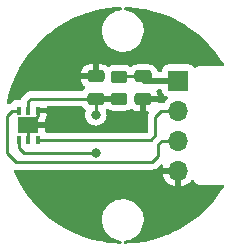
<source format=gbr>
%TF.GenerationSoftware,KiCad,Pcbnew,(6.0.0)*%
%TF.CreationDate,2022-03-17T14:11:52-06:00*%
%TF.ProjectId,sensor-exp,73656e73-6f72-42d6-9578-702e6b696361,rev?*%
%TF.SameCoordinates,Original*%
%TF.FileFunction,Copper,L1,Top*%
%TF.FilePolarity,Positive*%
%FSLAX46Y46*%
G04 Gerber Fmt 4.6, Leading zero omitted, Abs format (unit mm)*
G04 Created by KiCad (PCBNEW (6.0.0)) date 2022-03-17 14:11:52*
%MOMM*%
%LPD*%
G01*
G04 APERTURE LIST*
G04 Aperture macros list*
%AMRoundRect*
0 Rectangle with rounded corners*
0 $1 Rounding radius*
0 $2 $3 $4 $5 $6 $7 $8 $9 X,Y pos of 4 corners*
0 Add a 4 corners polygon primitive as box body*
4,1,4,$2,$3,$4,$5,$6,$7,$8,$9,$2,$3,0*
0 Add four circle primitives for the rounded corners*
1,1,$1+$1,$2,$3*
1,1,$1+$1,$4,$5*
1,1,$1+$1,$6,$7*
1,1,$1+$1,$8,$9*
0 Add four rect primitives between the rounded corners*
20,1,$1+$1,$2,$3,$4,$5,0*
20,1,$1+$1,$4,$5,$6,$7,0*
20,1,$1+$1,$6,$7,$8,$9,0*
20,1,$1+$1,$8,$9,$2,$3,0*%
G04 Aperture macros list end*
%TA.AperFunction,SMDPad,CuDef*%
%ADD10RoundRect,0.250000X0.450000X-0.262500X0.450000X0.262500X-0.450000X0.262500X-0.450000X-0.262500X0*%
%TD*%
%TA.AperFunction,SMDPad,CuDef*%
%ADD11R,0.450000X0.750000*%
%TD*%
%TA.AperFunction,SMDPad,CuDef*%
%ADD12R,1.740000X1.350000*%
%TD*%
%TA.AperFunction,SMDPad,CuDef*%
%ADD13RoundRect,0.250000X-0.475000X0.250000X-0.475000X-0.250000X0.475000X-0.250000X0.475000X0.250000X0*%
%TD*%
%TA.AperFunction,SMDPad,CuDef*%
%ADD14RoundRect,0.250000X0.475000X-0.250000X0.475000X0.250000X-0.475000X0.250000X-0.475000X-0.250000X0*%
%TD*%
%TA.AperFunction,ComponentPad*%
%ADD15R,1.700000X1.700000*%
%TD*%
%TA.AperFunction,ComponentPad*%
%ADD16O,1.700000X1.700000*%
%TD*%
%TA.AperFunction,ViaPad*%
%ADD17C,0.800000*%
%TD*%
%TA.AperFunction,Conductor*%
%ADD18C,0.250000*%
%TD*%
%TA.AperFunction,Conductor*%
%ADD19C,0.500000*%
%TD*%
G04 APERTURE END LIST*
D10*
%TO.P,R4,1*%
%TO.N,Net-(C6-Pad1)*%
X140200000Y-83725000D03*
%TO.P,R4,2*%
%TO.N,+3V3*%
X140200000Y-81900000D03*
%TD*%
D11*
%TO.P,U4,1,VDD*%
%TO.N,Net-(C6-Pad1)*%
X131700000Y-87250000D03*
%TO.P,U4,2,VSS*%
%TO.N,GND*%
X132500000Y-87250000D03*
%TO.P,U4,3,SDA*%
%TO.N,/SDA*%
X133300000Y-87250000D03*
%TO.P,U4,4,N/A*%
%TO.N,GND*%
X133300000Y-84750000D03*
%TO.P,U4,5,VDDH*%
%TO.N,Net-(C6-Pad1)*%
X132500000Y-84750000D03*
%TO.P,U4,6,SCL*%
%TO.N,/SCL*%
X131700000Y-84750000D03*
D12*
%TO.P,U4,7,EP*%
%TO.N,GND*%
X132500000Y-86000000D03*
%TD*%
D13*
%TO.P,C3,1*%
%TO.N,+3V3*%
X142200000Y-81850000D03*
%TO.P,C3,2*%
%TO.N,GND*%
X142200000Y-83750000D03*
%TD*%
D14*
%TO.P,C6,1*%
%TO.N,Net-(C6-Pad1)*%
X138200000Y-83750000D03*
%TO.P,C6,2*%
%TO.N,GND*%
X138200000Y-81850000D03*
%TD*%
D15*
%TO.P,J2,1,Pin_1*%
%TO.N,+3V3*%
X145200000Y-82200000D03*
D16*
%TO.P,J2,2,Pin_2*%
%TO.N,/SDA*%
X145200000Y-84740000D03*
%TO.P,J2,3,Pin_3*%
%TO.N,/SCL*%
X145200000Y-87280000D03*
%TO.P,J2,4,Pin_4*%
%TO.N,GND*%
X145200000Y-89820000D03*
%TD*%
D17*
%TO.N,Net-(C6-Pad1)*%
X138200000Y-85100000D03*
X138200000Y-88375500D03*
%TO.N,GND*%
X141850000Y-85500000D03*
X136150000Y-82000000D03*
X134600000Y-85550000D03*
%TD*%
D18*
%TO.N,Net-(C6-Pad1)*%
X131700000Y-87950000D02*
X132100000Y-88350000D01*
D19*
X138200000Y-83750000D02*
X140175000Y-83750000D01*
D18*
X132500000Y-84750000D02*
X132500000Y-83950000D01*
X132500000Y-83950000D02*
X132700000Y-83750000D01*
X132700000Y-83750000D02*
X138200000Y-83750000D01*
X131700000Y-87250000D02*
X131700000Y-87950000D01*
D19*
X140175000Y-83750000D02*
X140200000Y-83725000D01*
D18*
X132125500Y-88375500D02*
X138200000Y-88375500D01*
X132100000Y-88350000D02*
X132125500Y-88375500D01*
X138200000Y-85100000D02*
X138200000Y-83750000D01*
%TO.N,GND*%
X136300000Y-81850000D02*
X136150000Y-82000000D01*
X138200000Y-81850000D02*
X136300000Y-81850000D01*
X142200000Y-85150000D02*
X141850000Y-85500000D01*
X132500000Y-86000000D02*
X134150000Y-86000000D01*
X133300000Y-85200000D02*
X132500000Y-86000000D01*
X142200000Y-83750000D02*
X142200000Y-85150000D01*
X133300000Y-84750000D02*
X133300000Y-85200000D01*
X134150000Y-86000000D02*
X134600000Y-85550000D01*
X132500000Y-87250000D02*
X132500000Y-86000000D01*
%TO.N,+3V3*%
X142200000Y-81850000D02*
X140250000Y-81850000D01*
X140250000Y-81850000D02*
X140200000Y-81900000D01*
D19*
X142250000Y-82200000D02*
X145200000Y-82200000D01*
D18*
%TO.N,/SDA*%
X143760000Y-84740000D02*
X145200000Y-84740000D01*
X143250000Y-85250000D02*
X143760000Y-84740000D01*
X133300000Y-87250000D02*
X142850000Y-87250000D01*
X143250000Y-86850000D02*
X143250000Y-85250000D01*
X142850000Y-87250000D02*
X143250000Y-86850000D01*
%TO.N,/SCL*%
X143780000Y-87280000D02*
X145200000Y-87280000D01*
X131150000Y-84750000D02*
X130700000Y-85200000D01*
X130700000Y-85200000D02*
X130700000Y-88350000D01*
X143500000Y-88600000D02*
X143500000Y-87560000D01*
X131450000Y-89100000D02*
X143000000Y-89100000D01*
X131700000Y-84750000D02*
X131150000Y-84750000D01*
X130700000Y-88350000D02*
X131450000Y-89100000D01*
X143000000Y-89100000D02*
X143500000Y-88600000D01*
X143500000Y-87560000D02*
X143780000Y-87280000D01*
%TD*%
%TA.AperFunction,Conductor*%
%TO.N,GND*%
G36*
X143821306Y-89278765D02*
G01*
X143878142Y-89321312D01*
X143902953Y-89387832D01*
X143898691Y-89430493D01*
X143864389Y-89554183D01*
X143865912Y-89562607D01*
X143878292Y-89566000D01*
X145328000Y-89566000D01*
X145396121Y-89586002D01*
X145442614Y-89639658D01*
X145454000Y-89692000D01*
X145454000Y-91138517D01*
X145458064Y-91152359D01*
X145471478Y-91154393D01*
X145478184Y-91153534D01*
X145488262Y-91151392D01*
X145692255Y-91090191D01*
X145701842Y-91086433D01*
X145893095Y-90992739D01*
X145901945Y-90987464D01*
X146075328Y-90863792D01*
X146083200Y-90857139D01*
X146234052Y-90706812D01*
X146240723Y-90698972D01*
X146292385Y-90627077D01*
X146348380Y-90583429D01*
X146419083Y-90576983D01*
X146482048Y-90609786D01*
X146509406Y-90648446D01*
X146518022Y-90667396D01*
X146524464Y-90684907D01*
X146531512Y-90709565D01*
X146536298Y-90717150D01*
X146536298Y-90717151D01*
X146537860Y-90719627D01*
X146547274Y-90734548D01*
X146555404Y-90749614D01*
X146567633Y-90776510D01*
X146584374Y-90795939D01*
X146595479Y-90810947D01*
X146609160Y-90832631D01*
X146615888Y-90838573D01*
X146631296Y-90852181D01*
X146643340Y-90864373D01*
X146662619Y-90886747D01*
X146670147Y-90891626D01*
X146670150Y-90891629D01*
X146684139Y-90900696D01*
X146699013Y-90911986D01*
X146718228Y-90928956D01*
X146726354Y-90932771D01*
X146726355Y-90932772D01*
X146726662Y-90932916D01*
X146744966Y-90941510D01*
X146759935Y-90949824D01*
X146784727Y-90965893D01*
X146793327Y-90968465D01*
X146809290Y-90973239D01*
X146826736Y-90979901D01*
X146849948Y-90990799D01*
X146879130Y-90995343D01*
X146895849Y-90999126D01*
X146915536Y-91005014D01*
X146915539Y-91005015D01*
X146924141Y-91007587D01*
X146933116Y-91007642D01*
X146933117Y-91007642D01*
X146939810Y-91007683D01*
X146958556Y-91007797D01*
X146959328Y-91007830D01*
X146960423Y-91008000D01*
X146991298Y-91008000D01*
X146992068Y-91008002D01*
X147065716Y-91008452D01*
X147065717Y-91008452D01*
X147069652Y-91008476D01*
X147070996Y-91008092D01*
X147072341Y-91008000D01*
X148933962Y-91008000D01*
X149002083Y-91028002D01*
X149048576Y-91081658D01*
X149058680Y-91151932D01*
X149042267Y-91198389D01*
X148935407Y-91378133D01*
X148931155Y-91384801D01*
X148581380Y-91896999D01*
X148576717Y-91903386D01*
X148195515Y-92392611D01*
X148190461Y-92398694D01*
X148115219Y-92483673D01*
X147779295Y-92863066D01*
X147773889Y-92868800D01*
X147557000Y-93084788D01*
X147334403Y-93306460D01*
X147328627Y-93311861D01*
X146862548Y-93721091D01*
X146856444Y-93726120D01*
X146365645Y-94105277D01*
X146359238Y-94109914D01*
X145845582Y-94457559D01*
X145838896Y-94461784D01*
X145304461Y-94776508D01*
X145297524Y-94780305D01*
X144744392Y-95060885D01*
X144737234Y-95064238D01*
X144296853Y-95253895D01*
X144167591Y-95309564D01*
X144160232Y-95312463D01*
X143576319Y-95521569D01*
X143568794Y-95524000D01*
X143431174Y-95563738D01*
X142993006Y-95690260D01*
X142972926Y-95696058D01*
X142965267Y-95698012D01*
X142359747Y-95832358D01*
X142351994Y-95833824D01*
X142012643Y-95887041D01*
X141739241Y-95929916D01*
X141731393Y-95930895D01*
X141407100Y-95961069D01*
X141113835Y-95988355D01*
X141105955Y-95988840D01*
X140954448Y-95993386D01*
X140684637Y-96001483D01*
X140615947Y-95983534D01*
X140567866Y-95931297D01*
X140555659Y-95861357D01*
X140583201Y-95795921D01*
X140641749Y-95755763D01*
X140667138Y-95750290D01*
X140736335Y-95742711D01*
X140816615Y-95733920D01*
X140816621Y-95733919D01*
X140821268Y-95733410D01*
X140825792Y-95732219D01*
X141069431Y-95668074D01*
X141069433Y-95668073D01*
X141073954Y-95666883D01*
X141078251Y-95665037D01*
X141309736Y-95565583D01*
X141309738Y-95565582D01*
X141314030Y-95563738D01*
X141536224Y-95426240D01*
X141551768Y-95413081D01*
X141732087Y-95260431D01*
X141732089Y-95260429D01*
X141735654Y-95257411D01*
X141907938Y-95060958D01*
X141914432Y-95050863D01*
X142046765Y-94845127D01*
X142049293Y-94841197D01*
X142156612Y-94602958D01*
X142157882Y-94598455D01*
X142226269Y-94355976D01*
X142226270Y-94355973D01*
X142227539Y-94351472D01*
X142260514Y-94092265D01*
X142260601Y-94088968D01*
X142262847Y-94003160D01*
X142262930Y-94000000D01*
X142259155Y-93949198D01*
X142243912Y-93744074D01*
X142243911Y-93744070D01*
X142243566Y-93739422D01*
X142239419Y-93721091D01*
X142186929Y-93489126D01*
X142185898Y-93484569D01*
X142161462Y-93421731D01*
X142092888Y-93245392D01*
X142092887Y-93245389D01*
X142091195Y-93241039D01*
X142067538Y-93199647D01*
X141963854Y-93018240D01*
X141961535Y-93014182D01*
X141799768Y-92808982D01*
X141609448Y-92629946D01*
X141394755Y-92481008D01*
X141390565Y-92478942D01*
X141390562Y-92478940D01*
X141164593Y-92367505D01*
X141164590Y-92367504D01*
X141160405Y-92365440D01*
X140911548Y-92285780D01*
X140906941Y-92285030D01*
X140906938Y-92285029D01*
X140658260Y-92244529D01*
X140658261Y-92244529D01*
X140653649Y-92243778D01*
X140526861Y-92242118D01*
X140397053Y-92240419D01*
X140397050Y-92240419D01*
X140392376Y-92240358D01*
X140133466Y-92275594D01*
X139882609Y-92348712D01*
X139878374Y-92350664D01*
X139878367Y-92350667D01*
X139750527Y-92409603D01*
X139645315Y-92458107D01*
X139641406Y-92460670D01*
X139430709Y-92598808D01*
X139430704Y-92598812D01*
X139426796Y-92601374D01*
X139231854Y-92775366D01*
X139064771Y-92976261D01*
X138929218Y-93199647D01*
X138927409Y-93203961D01*
X138927408Y-93203963D01*
X138833919Y-93426910D01*
X138828172Y-93440614D01*
X138827021Y-93445146D01*
X138827020Y-93445149D01*
X138817009Y-93484569D01*
X138763853Y-93693870D01*
X138737674Y-93953852D01*
X138739393Y-93989640D01*
X138750211Y-94214847D01*
X138751124Y-94219435D01*
X138798930Y-94459774D01*
X138801187Y-94471123D01*
X138802766Y-94475521D01*
X138802768Y-94475528D01*
X138850051Y-94607222D01*
X138889483Y-94717048D01*
X139013160Y-94947222D01*
X139015955Y-94950965D01*
X139015957Y-94950968D01*
X139166707Y-95152846D01*
X139169500Y-95156586D01*
X139172807Y-95159864D01*
X139172812Y-95159870D01*
X139316452Y-95302261D01*
X139355069Y-95340542D01*
X139358836Y-95343304D01*
X139358837Y-95343305D01*
X139562018Y-95492284D01*
X139565789Y-95495049D01*
X139569924Y-95497225D01*
X139569928Y-95497227D01*
X139691665Y-95561276D01*
X139797033Y-95616713D01*
X139990730Y-95684355D01*
X140004461Y-95689150D01*
X140043720Y-95702860D01*
X140048313Y-95703732D01*
X140296506Y-95750853D01*
X140359700Y-95783210D01*
X140395369Y-95844597D01*
X140392188Y-95915522D01*
X140351167Y-95973468D01*
X140285329Y-96000038D01*
X140268878Y-96000574D01*
X139858198Y-95987109D01*
X139850328Y-95986604D01*
X139232919Y-95927429D01*
X139225085Y-95926430D01*
X138612616Y-95828640D01*
X138604851Y-95827149D01*
X138556715Y-95816329D01*
X137999707Y-95691125D01*
X137992066Y-95689153D01*
X137396664Y-95515439D01*
X137389147Y-95512987D01*
X136805814Y-95302261D01*
X136798464Y-95299342D01*
X136229500Y-95052436D01*
X136222347Y-95049061D01*
X135815368Y-94841197D01*
X135670000Y-94766950D01*
X135663077Y-94763136D01*
X135645928Y-94752973D01*
X135129500Y-94446919D01*
X135122846Y-94442688D01*
X134610152Y-94093617D01*
X134603765Y-94088968D01*
X134356999Y-93897238D01*
X134114012Y-93708445D01*
X134107922Y-93703400D01*
X133642982Y-93292881D01*
X133637221Y-93287463D01*
X133198961Y-92848595D01*
X133193551Y-92842826D01*
X132783671Y-92377310D01*
X132778673Y-92371260D01*
X132398781Y-91880918D01*
X132394156Y-91874544D01*
X132045808Y-91361384D01*
X132041573Y-91354704D01*
X131726100Y-90820692D01*
X131722297Y-90813768D01*
X131706793Y-90783307D01*
X131458158Y-90294832D01*
X131440948Y-90261020D01*
X131437584Y-90253863D01*
X131365865Y-90087966D01*
X143868257Y-90087966D01*
X143898565Y-90222446D01*
X143901645Y-90232275D01*
X143981770Y-90429603D01*
X143986413Y-90438794D01*
X144097694Y-90620388D01*
X144103777Y-90628699D01*
X144243213Y-90789667D01*
X144250580Y-90796883D01*
X144414434Y-90932916D01*
X144422881Y-90938831D01*
X144606756Y-91046279D01*
X144616042Y-91050729D01*
X144815001Y-91126703D01*
X144824899Y-91129579D01*
X144928250Y-91150606D01*
X144942299Y-91149410D01*
X144946000Y-91139065D01*
X144946000Y-90092115D01*
X144941525Y-90076876D01*
X144940135Y-90075671D01*
X144932452Y-90074000D01*
X143883225Y-90074000D01*
X143869694Y-90077973D01*
X143868257Y-90087966D01*
X131365865Y-90087966D01*
X131289751Y-89911904D01*
X131281079Y-89841439D01*
X131311880Y-89777472D01*
X131372375Y-89740312D01*
X131414148Y-89738049D01*
X131414189Y-89736731D01*
X131422114Y-89736980D01*
X131429943Y-89738220D01*
X131437835Y-89737474D01*
X131456580Y-89735702D01*
X131473962Y-89734059D01*
X131485819Y-89733500D01*
X142921233Y-89733500D01*
X142932416Y-89734027D01*
X142939909Y-89735702D01*
X142947835Y-89735453D01*
X142947836Y-89735453D01*
X143007986Y-89733562D01*
X143011945Y-89733500D01*
X143039856Y-89733500D01*
X143043791Y-89733003D01*
X143043856Y-89732995D01*
X143055693Y-89732062D01*
X143087951Y-89731048D01*
X143091970Y-89730922D01*
X143099889Y-89730673D01*
X143119343Y-89725021D01*
X143138700Y-89721013D01*
X143150930Y-89719468D01*
X143150931Y-89719468D01*
X143158797Y-89718474D01*
X143166168Y-89715555D01*
X143166170Y-89715555D01*
X143199912Y-89702196D01*
X143211142Y-89698351D01*
X143245983Y-89688229D01*
X143245984Y-89688229D01*
X143253593Y-89686018D01*
X143260412Y-89681985D01*
X143260417Y-89681983D01*
X143271028Y-89675707D01*
X143288776Y-89667012D01*
X143307617Y-89659552D01*
X143343387Y-89633564D01*
X143353307Y-89627048D01*
X143384535Y-89608580D01*
X143384538Y-89608578D01*
X143391362Y-89604542D01*
X143405683Y-89590221D01*
X143420717Y-89577380D01*
X143430693Y-89570132D01*
X143437107Y-89565472D01*
X143465288Y-89531407D01*
X143473278Y-89522627D01*
X143688179Y-89307726D01*
X143750491Y-89273700D01*
X143821306Y-89278765D01*
G37*
%TD.AperFunction*%
%TA.AperFunction,Conductor*%
G36*
X143783621Y-82978502D02*
G01*
X143830114Y-83032158D01*
X143841500Y-83084500D01*
X143841500Y-83098134D01*
X143848255Y-83160316D01*
X143899385Y-83296705D01*
X143986739Y-83413261D01*
X144103295Y-83500615D01*
X144111704Y-83503767D01*
X144111705Y-83503768D01*
X144220451Y-83544535D01*
X144277216Y-83587176D01*
X144301916Y-83653738D01*
X144286709Y-83723087D01*
X144267316Y-83749568D01*
X144140629Y-83882138D01*
X144137715Y-83886410D01*
X144137714Y-83886411D01*
X144025095Y-84051504D01*
X143970184Y-84096507D01*
X143921007Y-84106500D01*
X143838767Y-84106500D01*
X143827584Y-84105973D01*
X143820091Y-84104298D01*
X143812165Y-84104547D01*
X143812164Y-84104547D01*
X143752001Y-84106438D01*
X143748043Y-84106500D01*
X143720144Y-84106500D01*
X143716154Y-84107004D01*
X143704320Y-84107936D01*
X143660111Y-84109326D01*
X143652497Y-84111538D01*
X143652492Y-84111539D01*
X143640659Y-84114977D01*
X143621296Y-84118988D01*
X143601203Y-84121526D01*
X143593830Y-84124445D01*
X143590146Y-84125391D01*
X143519191Y-84122959D01*
X143460815Y-84082553D01*
X143437913Y-84038848D01*
X143428525Y-84006876D01*
X143427135Y-84005671D01*
X143419452Y-84004000D01*
X142472115Y-84004000D01*
X142456876Y-84008475D01*
X142455671Y-84009865D01*
X142454000Y-84017548D01*
X142454000Y-84739884D01*
X142458475Y-84755123D01*
X142459865Y-84756328D01*
X142467548Y-84757999D01*
X142580819Y-84757999D01*
X142648940Y-84778001D01*
X142695433Y-84831657D01*
X142705537Y-84901931D01*
X142696457Y-84934038D01*
X142682827Y-84965536D01*
X142677609Y-84976187D01*
X142656305Y-85014940D01*
X142654334Y-85022615D01*
X142654334Y-85022616D01*
X142651267Y-85034562D01*
X142644863Y-85053266D01*
X142636819Y-85071855D01*
X142635580Y-85079678D01*
X142635577Y-85079688D01*
X142629901Y-85115524D01*
X142627495Y-85127144D01*
X142616500Y-85169970D01*
X142616500Y-85190224D01*
X142614949Y-85209934D01*
X142611780Y-85229943D01*
X142612526Y-85237835D01*
X142615941Y-85273961D01*
X142616500Y-85285819D01*
X142616500Y-86490500D01*
X142596498Y-86558621D01*
X142542842Y-86605114D01*
X142490500Y-86616500D01*
X134029802Y-86616500D01*
X133961681Y-86596498D01*
X133928975Y-86566064D01*
X133903173Y-86531636D01*
X133878326Y-86465130D01*
X133878000Y-86456072D01*
X133878000Y-86272115D01*
X133873525Y-86256876D01*
X133872135Y-86255671D01*
X133864452Y-86254000D01*
X132772115Y-86254000D01*
X132756876Y-86258475D01*
X132755671Y-86259865D01*
X132754000Y-86267548D01*
X132754000Y-86419087D01*
X132733998Y-86487208D01*
X132718025Y-86507028D01*
X132711739Y-86511739D01*
X132624385Y-86628295D01*
X132621233Y-86636704D01*
X132621232Y-86636705D01*
X132617982Y-86645374D01*
X132575341Y-86702139D01*
X132508779Y-86726839D01*
X132439430Y-86711632D01*
X132389312Y-86661346D01*
X132382018Y-86645374D01*
X132378768Y-86636705D01*
X132378767Y-86636704D01*
X132375615Y-86628295D01*
X132288261Y-86511739D01*
X132282482Y-86507408D01*
X132248879Y-86445870D01*
X132246000Y-86419087D01*
X132246000Y-85872000D01*
X132266002Y-85803879D01*
X132319658Y-85757386D01*
X132372000Y-85746000D01*
X133859884Y-85746000D01*
X133875123Y-85741525D01*
X133876328Y-85740135D01*
X133877999Y-85732452D01*
X133877999Y-85543096D01*
X133898001Y-85474975D01*
X133903172Y-85467531D01*
X133969789Y-85378644D01*
X133978324Y-85363054D01*
X134023478Y-85242606D01*
X134027105Y-85227351D01*
X134032631Y-85176486D01*
X134033000Y-85169672D01*
X134033000Y-84993115D01*
X134028525Y-84977876D01*
X134027135Y-84976671D01*
X134019452Y-84975000D01*
X133359500Y-84975000D01*
X133291379Y-84954998D01*
X133244886Y-84901342D01*
X133233500Y-84849000D01*
X133233500Y-84651000D01*
X133253502Y-84582879D01*
X133307158Y-84536386D01*
X133359500Y-84525000D01*
X134014884Y-84525000D01*
X134030123Y-84520525D01*
X134031328Y-84519135D01*
X134032999Y-84511452D01*
X134032999Y-84509500D01*
X134034637Y-84503920D01*
X134035878Y-84498217D01*
X134036286Y-84498306D01*
X134053001Y-84441379D01*
X134106657Y-84394886D01*
X134158999Y-84383500D01*
X137000101Y-84383500D01*
X137068222Y-84403502D01*
X137107245Y-84443197D01*
X137126522Y-84474348D01*
X137251697Y-84599305D01*
X137257929Y-84603147D01*
X137257931Y-84603148D01*
X137297116Y-84627302D01*
X137344610Y-84680074D01*
X137356034Y-84750145D01*
X137350834Y-84773497D01*
X137306458Y-84910072D01*
X137305768Y-84916633D01*
X137305768Y-84916635D01*
X137295436Y-85014940D01*
X137286496Y-85100000D01*
X137287186Y-85106565D01*
X137299331Y-85222114D01*
X137306458Y-85289928D01*
X137365473Y-85471556D01*
X137460960Y-85636944D01*
X137465378Y-85641851D01*
X137465379Y-85641852D01*
X137533259Y-85717240D01*
X137588747Y-85778866D01*
X137743248Y-85891118D01*
X137749276Y-85893802D01*
X137749278Y-85893803D01*
X137911681Y-85966109D01*
X137917712Y-85968794D01*
X138011113Y-85988647D01*
X138098056Y-86007128D01*
X138098061Y-86007128D01*
X138104513Y-86008500D01*
X138295487Y-86008500D01*
X138301939Y-86007128D01*
X138301944Y-86007128D01*
X138388887Y-85988647D01*
X138482288Y-85968794D01*
X138488319Y-85966109D01*
X138650722Y-85893803D01*
X138650724Y-85893802D01*
X138656752Y-85891118D01*
X138811253Y-85778866D01*
X138866741Y-85717240D01*
X138934621Y-85641852D01*
X138934622Y-85641851D01*
X138939040Y-85636944D01*
X139034527Y-85471556D01*
X139093542Y-85289928D01*
X139100670Y-85222114D01*
X139112814Y-85106565D01*
X139113504Y-85100000D01*
X139104564Y-85014940D01*
X139094232Y-84916635D01*
X139094232Y-84916633D01*
X139093542Y-84910072D01*
X139049147Y-84773439D01*
X139047119Y-84702472D01*
X139083782Y-84641674D01*
X139102677Y-84627359D01*
X139143122Y-84602331D01*
X139143123Y-84602330D01*
X139143568Y-84602055D01*
X139143570Y-84602054D01*
X139149348Y-84598478D01*
X139149960Y-84599467D01*
X139209179Y-84575496D01*
X139278943Y-84588666D01*
X139287751Y-84593619D01*
X139420090Y-84675194D01*
X139427262Y-84679615D01*
X139470520Y-84693963D01*
X139588611Y-84733132D01*
X139588613Y-84733132D01*
X139595139Y-84735297D01*
X139601975Y-84735997D01*
X139601978Y-84735998D01*
X139639908Y-84739884D01*
X139699600Y-84746000D01*
X140700400Y-84746000D01*
X140703646Y-84745663D01*
X140703650Y-84745663D01*
X140799308Y-84735738D01*
X140799312Y-84735737D01*
X140806166Y-84735026D01*
X140812702Y-84732845D01*
X140812704Y-84732845D01*
X140955995Y-84685039D01*
X140973946Y-84679050D01*
X141112417Y-84593361D01*
X141180869Y-84574523D01*
X141248638Y-84595684D01*
X141256813Y-84601624D01*
X141258239Y-84602750D01*
X141396243Y-84687816D01*
X141409424Y-84693963D01*
X141563710Y-84745138D01*
X141577086Y-84748005D01*
X141671438Y-84757672D01*
X141677854Y-84758000D01*
X141927885Y-84758000D01*
X141943124Y-84753525D01*
X141944329Y-84752135D01*
X141946000Y-84744452D01*
X141946000Y-83622000D01*
X141966002Y-83553879D01*
X142019658Y-83507386D01*
X142072000Y-83496000D01*
X143414884Y-83496000D01*
X143430123Y-83491525D01*
X143431328Y-83490135D01*
X143432999Y-83482452D01*
X143432999Y-83452905D01*
X143432662Y-83446386D01*
X143422743Y-83350794D01*
X143419851Y-83337400D01*
X143368412Y-83183216D01*
X143362239Y-83170040D01*
X143350335Y-83150802D01*
X143331498Y-83082350D01*
X143352660Y-83014581D01*
X143407101Y-82969010D01*
X143457480Y-82958500D01*
X143715500Y-82958500D01*
X143783621Y-82978502D01*
G37*
%TD.AperFunction*%
%TA.AperFunction,Conductor*%
G36*
X140377149Y-76015889D02*
G01*
X140425375Y-76067992D01*
X140437776Y-76137897D01*
X140410415Y-76203410D01*
X140351979Y-76243730D01*
X140329529Y-76248911D01*
X140323695Y-76249705D01*
X140133466Y-76275594D01*
X139882609Y-76348712D01*
X139878374Y-76350664D01*
X139878367Y-76350667D01*
X139672363Y-76445638D01*
X139645315Y-76458107D01*
X139641406Y-76460670D01*
X139430709Y-76598808D01*
X139430704Y-76598812D01*
X139426796Y-76601374D01*
X139231854Y-76775366D01*
X139064771Y-76976261D01*
X138929218Y-77199647D01*
X138927409Y-77203961D01*
X138927408Y-77203963D01*
X138838789Y-77415296D01*
X138828172Y-77440614D01*
X138827021Y-77445146D01*
X138827020Y-77445149D01*
X138817009Y-77484569D01*
X138763853Y-77693870D01*
X138737674Y-77953852D01*
X138739393Y-77989640D01*
X138750211Y-78214847D01*
X138801187Y-78471123D01*
X138802766Y-78475521D01*
X138802768Y-78475528D01*
X138850051Y-78607222D01*
X138889483Y-78717048D01*
X139013160Y-78947222D01*
X139015955Y-78950965D01*
X139015957Y-78950968D01*
X139165631Y-79151405D01*
X139169500Y-79156586D01*
X139172807Y-79159864D01*
X139172812Y-79159870D01*
X139351753Y-79337255D01*
X139355069Y-79340542D01*
X139565789Y-79495049D01*
X139569924Y-79497225D01*
X139569928Y-79497227D01*
X139691665Y-79561276D01*
X139797033Y-79616713D01*
X140043720Y-79702860D01*
X140048313Y-79703732D01*
X140295842Y-79750727D01*
X140295845Y-79750727D01*
X140300431Y-79751598D01*
X140424457Y-79756471D01*
X140556857Y-79761673D01*
X140556862Y-79761673D01*
X140561525Y-79761856D01*
X140663145Y-79750727D01*
X140816615Y-79733920D01*
X140816621Y-79733919D01*
X140821268Y-79733410D01*
X140825792Y-79732219D01*
X141069431Y-79668074D01*
X141069433Y-79668073D01*
X141073954Y-79666883D01*
X141078251Y-79665037D01*
X141309736Y-79565583D01*
X141309738Y-79565582D01*
X141314030Y-79563738D01*
X141536224Y-79426240D01*
X141551768Y-79413081D01*
X141732087Y-79260431D01*
X141732089Y-79260429D01*
X141735654Y-79257411D01*
X141907938Y-79060958D01*
X141981096Y-78947222D01*
X142046765Y-78845127D01*
X142049293Y-78841197D01*
X142156612Y-78602958D01*
X142157882Y-78598455D01*
X142226269Y-78355976D01*
X142226270Y-78355973D01*
X142227539Y-78351472D01*
X142260514Y-78092265D01*
X142262930Y-78000000D01*
X142250714Y-77835611D01*
X142243912Y-77744074D01*
X142243911Y-77744070D01*
X142243566Y-77739422D01*
X142232232Y-77689331D01*
X142186929Y-77489126D01*
X142185898Y-77484569D01*
X142161462Y-77421731D01*
X142092888Y-77245392D01*
X142092887Y-77245389D01*
X142091195Y-77241039D01*
X142067538Y-77199647D01*
X141963854Y-77018240D01*
X141961535Y-77014182D01*
X141799768Y-76808982D01*
X141609448Y-76629946D01*
X141564563Y-76598808D01*
X141398597Y-76483673D01*
X141398594Y-76483671D01*
X141394755Y-76481008D01*
X141390565Y-76478942D01*
X141390562Y-76478940D01*
X141164593Y-76367505D01*
X141164590Y-76367504D01*
X141160405Y-76365440D01*
X140911548Y-76285780D01*
X140906941Y-76285030D01*
X140906938Y-76285029D01*
X140690042Y-76249705D01*
X140626023Y-76219013D01*
X140588759Y-76158581D01*
X140590083Y-76087597D01*
X140629573Y-76028597D01*
X140694693Y-76000313D01*
X140714075Y-75999400D01*
X141105957Y-76011160D01*
X141113835Y-76011645D01*
X141407100Y-76038931D01*
X141731393Y-76069105D01*
X141739241Y-76070084D01*
X142012643Y-76112959D01*
X142351994Y-76166176D01*
X142359747Y-76167642D01*
X142965267Y-76301988D01*
X142972922Y-76303941D01*
X143185905Y-76365440D01*
X143568794Y-76476000D01*
X143576319Y-76478431D01*
X144160232Y-76687537D01*
X144167590Y-76690436D01*
X144532774Y-76847708D01*
X144737231Y-76935761D01*
X144744392Y-76939115D01*
X145297524Y-77219695D01*
X145304461Y-77223492D01*
X145838896Y-77538216D01*
X145845582Y-77542441D01*
X146359238Y-77890086D01*
X146365645Y-77894723D01*
X146856444Y-78273880D01*
X146862548Y-78278909D01*
X147328627Y-78688139D01*
X147334403Y-78693540D01*
X147557000Y-78915212D01*
X147773889Y-79131200D01*
X147779295Y-79136934D01*
X147794586Y-79154203D01*
X148190461Y-79601306D01*
X148195515Y-79607389D01*
X148576717Y-80096614D01*
X148581380Y-80103001D01*
X148931155Y-80615199D01*
X148935407Y-80621867D01*
X149042267Y-80801611D01*
X149059886Y-80870387D01*
X149037524Y-80937770D01*
X148982282Y-80982367D01*
X148933962Y-80992000D01*
X147008702Y-80992000D01*
X147007932Y-80991998D01*
X147007078Y-80991993D01*
X146930348Y-80991524D01*
X146921719Y-80993990D01*
X146921714Y-80993991D01*
X146901952Y-80999639D01*
X146885191Y-81003217D01*
X146864848Y-81006130D01*
X146864838Y-81006133D01*
X146855955Y-81007405D01*
X146832605Y-81018021D01*
X146815093Y-81024464D01*
X146802200Y-81028149D01*
X146790435Y-81031512D01*
X146765452Y-81047274D01*
X146750386Y-81055404D01*
X146723490Y-81067633D01*
X146704061Y-81084374D01*
X146689053Y-81095479D01*
X146667369Y-81109160D01*
X146667133Y-81109427D01*
X146606255Y-81136578D01*
X146536074Y-81125850D01*
X146488606Y-81087271D01*
X146418643Y-80993920D01*
X146418642Y-80993919D01*
X146413261Y-80986739D01*
X146296705Y-80899385D01*
X146160316Y-80848255D01*
X146098134Y-80841500D01*
X144301866Y-80841500D01*
X144239684Y-80848255D01*
X144103295Y-80899385D01*
X143986739Y-80986739D01*
X143899385Y-81103295D01*
X143848255Y-81239684D01*
X143841500Y-81301866D01*
X143841500Y-81315500D01*
X143821498Y-81383621D01*
X143767842Y-81430114D01*
X143715500Y-81441500D01*
X143512538Y-81441500D01*
X143444417Y-81421498D01*
X143397924Y-81367842D01*
X143393014Y-81355376D01*
X143371348Y-81290435D01*
X143366550Y-81276054D01*
X143273478Y-81125652D01*
X143148303Y-81000695D01*
X143137312Y-80993920D01*
X143003968Y-80911725D01*
X143003966Y-80911724D01*
X142997738Y-80907885D01*
X142910652Y-80879000D01*
X142836389Y-80854368D01*
X142836387Y-80854368D01*
X142829861Y-80852203D01*
X142823025Y-80851503D01*
X142823022Y-80851502D01*
X142779969Y-80847091D01*
X142725400Y-80841500D01*
X141674600Y-80841500D01*
X141671354Y-80841837D01*
X141671350Y-80841837D01*
X141575692Y-80851762D01*
X141575688Y-80851763D01*
X141568834Y-80852474D01*
X141562298Y-80854655D01*
X141562296Y-80854655D01*
X141458567Y-80889262D01*
X141401054Y-80908450D01*
X141250652Y-81001522D01*
X141245479Y-81006704D01*
X141239742Y-81011251D01*
X141237854Y-81008869D01*
X141187598Y-81036355D01*
X141116778Y-81031337D01*
X141094616Y-81020512D01*
X140978968Y-80949225D01*
X140978966Y-80949224D01*
X140972738Y-80945385D01*
X140861382Y-80908450D01*
X140811389Y-80891868D01*
X140811387Y-80891868D01*
X140804861Y-80889703D01*
X140798025Y-80889003D01*
X140798022Y-80889002D01*
X140754969Y-80884591D01*
X140700400Y-80879000D01*
X139699600Y-80879000D01*
X139696354Y-80879337D01*
X139696350Y-80879337D01*
X139600692Y-80889262D01*
X139600688Y-80889263D01*
X139593834Y-80889974D01*
X139587298Y-80892155D01*
X139587296Y-80892155D01*
X139526897Y-80912306D01*
X139426054Y-80945950D01*
X139309597Y-81018016D01*
X139305071Y-81020817D01*
X139236619Y-81039655D01*
X139168850Y-81018494D01*
X139159129Y-81010530D01*
X139158917Y-81010799D01*
X139141761Y-80997250D01*
X139003757Y-80912184D01*
X138990576Y-80906037D01*
X138836290Y-80854862D01*
X138822914Y-80851995D01*
X138728562Y-80842328D01*
X138722145Y-80842000D01*
X138472115Y-80842000D01*
X138456876Y-80846475D01*
X138455671Y-80847865D01*
X138454000Y-80855548D01*
X138454000Y-81978000D01*
X138433998Y-82046121D01*
X138380342Y-82092614D01*
X138328000Y-82104000D01*
X136985116Y-82104000D01*
X136969877Y-82108475D01*
X136968672Y-82109865D01*
X136967001Y-82117548D01*
X136967001Y-82147095D01*
X136967338Y-82153614D01*
X136977257Y-82249206D01*
X136980149Y-82262600D01*
X137031588Y-82416784D01*
X137037761Y-82429962D01*
X137123063Y-82567807D01*
X137132099Y-82579208D01*
X137246828Y-82693738D01*
X137255762Y-82700794D01*
X137296823Y-82758712D01*
X137300053Y-82829635D01*
X137264426Y-82891046D01*
X137256593Y-82897846D01*
X137250652Y-82901522D01*
X137125695Y-83026697D01*
X137121855Y-83032927D01*
X137107251Y-83056618D01*
X137054478Y-83104110D01*
X136999992Y-83116500D01*
X132778768Y-83116500D01*
X132767585Y-83115973D01*
X132760092Y-83114298D01*
X132752166Y-83114547D01*
X132752165Y-83114547D01*
X132692002Y-83116438D01*
X132688044Y-83116500D01*
X132660144Y-83116500D01*
X132656154Y-83117004D01*
X132644320Y-83117936D01*
X132600111Y-83119326D01*
X132592497Y-83121538D01*
X132592492Y-83121539D01*
X132580659Y-83124977D01*
X132561296Y-83128988D01*
X132541203Y-83131526D01*
X132533836Y-83134443D01*
X132533831Y-83134444D01*
X132500092Y-83147802D01*
X132488865Y-83151646D01*
X132446407Y-83163982D01*
X132439581Y-83168019D01*
X132428972Y-83174293D01*
X132411224Y-83182988D01*
X132392383Y-83190448D01*
X132385967Y-83195110D01*
X132385966Y-83195110D01*
X132356613Y-83216436D01*
X132346693Y-83222952D01*
X132315465Y-83241420D01*
X132315462Y-83241422D01*
X132308638Y-83245458D01*
X132294314Y-83259782D01*
X132279287Y-83272617D01*
X132262893Y-83284528D01*
X132257840Y-83290636D01*
X132234708Y-83318597D01*
X132226720Y-83327375D01*
X132107744Y-83446352D01*
X132099462Y-83453888D01*
X132092982Y-83458000D01*
X132087555Y-83463779D01*
X132087554Y-83463780D01*
X132046356Y-83507652D01*
X132043601Y-83510494D01*
X132023865Y-83530230D01*
X132021385Y-83533427D01*
X132013682Y-83542447D01*
X131983414Y-83574679D01*
X131979595Y-83581625D01*
X131979593Y-83581628D01*
X131973652Y-83592434D01*
X131962801Y-83608953D01*
X131950386Y-83624959D01*
X131947241Y-83632228D01*
X131947238Y-83632232D01*
X131932826Y-83665537D01*
X131927609Y-83676187D01*
X131906305Y-83714940D01*
X131904334Y-83722615D01*
X131904334Y-83722616D01*
X131901267Y-83734562D01*
X131894863Y-83753266D01*
X131889967Y-83764579D01*
X131889966Y-83764583D01*
X131886819Y-83771855D01*
X131886041Y-83776764D01*
X131848535Y-83835490D01*
X131784038Y-83865166D01*
X131765753Y-83866500D01*
X131426866Y-83866500D01*
X131364684Y-83873255D01*
X131228295Y-83924385D01*
X131111739Y-84011739D01*
X131106358Y-84018919D01*
X131054915Y-84087559D01*
X130998056Y-84130074D01*
X130994926Y-84131056D01*
X130991203Y-84131526D01*
X130983836Y-84134443D01*
X130983831Y-84134444D01*
X130950097Y-84147800D01*
X130938869Y-84151645D01*
X130896407Y-84163982D01*
X130889584Y-84168017D01*
X130889582Y-84168018D01*
X130878972Y-84174293D01*
X130861214Y-84182992D01*
X130853646Y-84185989D01*
X130782945Y-84192464D01*
X130719967Y-84159687D01*
X130684707Y-84098065D01*
X130684299Y-84041372D01*
X130685075Y-84037900D01*
X130801352Y-83517230D01*
X130803316Y-83509572D01*
X130812136Y-83479185D01*
X130976208Y-82913921D01*
X130978648Y-82906404D01*
X130980702Y-82900695D01*
X131188563Y-82322784D01*
X131191472Y-82315430D01*
X131437584Y-81746137D01*
X131440948Y-81738980D01*
X131522945Y-81577885D01*
X136967000Y-81577885D01*
X136971475Y-81593124D01*
X136972865Y-81594329D01*
X136980548Y-81596000D01*
X137927885Y-81596000D01*
X137943124Y-81591525D01*
X137944329Y-81590135D01*
X137946000Y-81582452D01*
X137946000Y-80860116D01*
X137941525Y-80844877D01*
X137940135Y-80843672D01*
X137932452Y-80842001D01*
X137677905Y-80842001D01*
X137671386Y-80842338D01*
X137575794Y-80852257D01*
X137562400Y-80855149D01*
X137408216Y-80906588D01*
X137395038Y-80912761D01*
X137257193Y-80998063D01*
X137245792Y-81007099D01*
X137131261Y-81121829D01*
X137122249Y-81133240D01*
X137037184Y-81271243D01*
X137031037Y-81284424D01*
X136979862Y-81438710D01*
X136976995Y-81452086D01*
X136967328Y-81546438D01*
X136967000Y-81552855D01*
X136967000Y-81577885D01*
X131522945Y-81577885D01*
X131598161Y-81430114D01*
X131722301Y-81186225D01*
X131726104Y-81179300D01*
X131735027Y-81164197D01*
X132041576Y-80645291D01*
X132045808Y-80638616D01*
X132394156Y-80125456D01*
X132398781Y-80119082D01*
X132778673Y-79628740D01*
X132783671Y-79622690D01*
X133193552Y-79157173D01*
X133198961Y-79151405D01*
X133637221Y-78712537D01*
X133642982Y-78707119D01*
X134107922Y-78296600D01*
X134114012Y-78291555D01*
X134290705Y-78154270D01*
X134603772Y-77911027D01*
X134610159Y-77906378D01*
X135122846Y-77557312D01*
X135129500Y-77553081D01*
X135663080Y-77236862D01*
X135670003Y-77233048D01*
X135692643Y-77221485D01*
X136098523Y-77014182D01*
X136222347Y-76950939D01*
X136229500Y-76947564D01*
X136798464Y-76700658D01*
X136805814Y-76697739D01*
X137389147Y-76487013D01*
X137396665Y-76484561D01*
X137487335Y-76458107D01*
X137992066Y-76310847D01*
X137999707Y-76308875D01*
X138604853Y-76172851D01*
X138612618Y-76171360D01*
X138635892Y-76167644D01*
X139225085Y-76073570D01*
X139232919Y-76072571D01*
X139850328Y-76013396D01*
X139858198Y-76012891D01*
X140308409Y-75998130D01*
X140377149Y-76015889D01*
G37*
%TD.AperFunction*%
%TD*%
M02*

</source>
